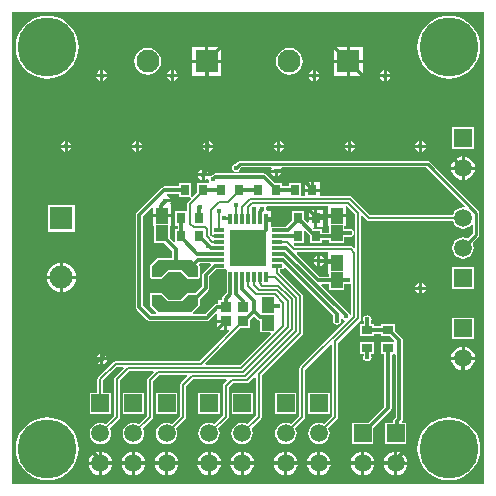
<source format=gtl>
G04*
G04 #@! TF.GenerationSoftware,Altium Limited,Altium Designer,21.7.2 (23)*
G04*
G04 Layer_Physical_Order=1*
G04 Layer_Color=255*
%FSLAX25Y25*%
%MOIN*%
G70*
G04*
G04 #@! TF.SameCoordinates,D7E17CD3-6D55-4483-A905-566B995BA5DE*
G04*
G04*
G04 #@! TF.FilePolarity,Positive*
G04*
G01*
G75*
%ADD11C,0.01000*%
%ADD12C,0.00787*%
%ADD15R,0.03985X0.05241*%
%ADD19R,0.03568X0.03563*%
%ADD20R,0.03379X0.03174*%
%ADD22C,0.04039*%
%ADD31R,0.02756X0.03543*%
%ADD32R,0.12402X0.12402*%
%ADD33R,0.03268X0.01181*%
%ADD34R,0.01181X0.03268*%
%ADD35R,0.03543X0.02756*%
%ADD36C,0.01181*%
%ADD37C,0.05906*%
%ADD38R,0.05906X0.05906*%
%ADD39C,0.07677*%
%ADD40R,0.07677X0.07677*%
%ADD41R,0.07677X0.07677*%
%ADD42C,0.19685*%
%ADD43C,0.01575*%
%ADD44C,0.02756*%
G36*
X157480Y0D02*
X0D01*
Y157480D01*
X157480D01*
Y0D01*
D02*
G37*
%LPC*%
G36*
X117044Y145783D02*
X112706D01*
Y141445D01*
X117044D01*
Y145783D01*
D02*
G37*
G36*
X111706D02*
X107367D01*
Y141445D01*
X111706D01*
Y145783D01*
D02*
G37*
G36*
X69799Y145783D02*
X65461D01*
Y141445D01*
X69799D01*
Y145783D01*
D02*
G37*
G36*
X64461D02*
X60122D01*
Y141445D01*
X64461D01*
Y145783D01*
D02*
G37*
G36*
X124909Y137943D02*
Y136721D01*
X126132D01*
X126093Y136918D01*
X125698Y137509D01*
X125107Y137904D01*
X124909Y137943D01*
D02*
G37*
G36*
X123909D02*
X123712Y137904D01*
X123121Y137509D01*
X122726Y136918D01*
X122687Y136721D01*
X123909D01*
Y137943D01*
D02*
G37*
G36*
X101287D02*
Y136721D01*
X102510D01*
X102471Y136918D01*
X102076Y137509D01*
X101485Y137904D01*
X101287Y137943D01*
D02*
G37*
G36*
X100287D02*
X100090Y137904D01*
X99499Y137509D01*
X99104Y136918D01*
X99064Y136721D01*
X100287D01*
Y137943D01*
D02*
G37*
G36*
X54043D02*
Y136721D01*
X55266D01*
X55227Y136918D01*
X54832Y137509D01*
X54241Y137904D01*
X54043Y137943D01*
D02*
G37*
G36*
X53043D02*
X52846Y137904D01*
X52255Y137509D01*
X51860Y136918D01*
X51820Y136721D01*
X53043D01*
Y137943D01*
D02*
G37*
G36*
X30421D02*
Y136721D01*
X31644D01*
X31605Y136918D01*
X31210Y137509D01*
X30619Y137904D01*
X30421Y137943D01*
D02*
G37*
G36*
X29421D02*
X29224Y137904D01*
X28633Y137509D01*
X28238Y136918D01*
X28198Y136721D01*
X29421D01*
Y137943D01*
D02*
G37*
G36*
X92521Y145412D02*
X91364Y145260D01*
X90287Y144814D01*
X89362Y144104D01*
X88652Y143179D01*
X88205Y142101D01*
X88053Y140945D01*
X88205Y139789D01*
X88652Y138711D01*
X89362Y137786D01*
X90287Y137076D01*
X91364Y136630D01*
X92521Y136478D01*
X93677Y136630D01*
X94754Y137076D01*
X95679Y137786D01*
X96390Y138711D01*
X96836Y139789D01*
X96988Y140945D01*
X96836Y142101D01*
X96390Y143179D01*
X95679Y144104D01*
X94754Y144814D01*
X93677Y145260D01*
X92521Y145412D01*
D02*
G37*
G36*
X45276Y145412D02*
X44119Y145260D01*
X43042Y144814D01*
X42117Y144104D01*
X41407Y143179D01*
X40960Y142101D01*
X40808Y140945D01*
X40960Y139789D01*
X41407Y138711D01*
X42117Y137786D01*
X43042Y137076D01*
X44119Y136630D01*
X45276Y136477D01*
X46432Y136630D01*
X47509Y137076D01*
X48434Y137786D01*
X49145Y138711D01*
X49591Y139789D01*
X49743Y140945D01*
X49591Y142101D01*
X49145Y143179D01*
X48434Y144104D01*
X47509Y144814D01*
X46432Y145260D01*
X45276Y145412D01*
D02*
G37*
G36*
X117044Y140445D02*
X112706D01*
Y136106D01*
X117044D01*
Y140445D01*
D02*
G37*
G36*
X111706D02*
X107367D01*
Y136106D01*
X111706D01*
Y140445D01*
D02*
G37*
G36*
X69799Y140445D02*
X65461D01*
Y136106D01*
X69799D01*
Y140445D01*
D02*
G37*
G36*
X64461D02*
X60122D01*
Y136106D01*
X64461D01*
Y140445D01*
D02*
G37*
G36*
X145669Y156135D02*
X144032Y156006D01*
X142435Y155622D01*
X140918Y154994D01*
X139518Y154136D01*
X138269Y153069D01*
X137203Y151821D01*
X136345Y150420D01*
X135716Y148903D01*
X135333Y147306D01*
X135204Y145669D01*
X135333Y144032D01*
X135716Y142435D01*
X136345Y140918D01*
X137203Y139518D01*
X138269Y138269D01*
X139518Y137203D01*
X140918Y136345D01*
X142435Y135716D01*
X144032Y135333D01*
X145669Y135204D01*
X147306Y135333D01*
X148903Y135716D01*
X150420Y136345D01*
X151821Y137203D01*
X153069Y138269D01*
X154136Y139518D01*
X154994Y140918D01*
X155622Y142435D01*
X156006Y144032D01*
X156135Y145669D01*
X156006Y147306D01*
X155622Y148903D01*
X154994Y150420D01*
X154136Y151821D01*
X153069Y153069D01*
X151821Y154136D01*
X150420Y154994D01*
X148903Y155622D01*
X147306Y156006D01*
X145669Y156135D01*
D02*
G37*
G36*
X11811D02*
X10174Y156006D01*
X8577Y155622D01*
X7060Y154994D01*
X5660Y154136D01*
X4411Y153069D01*
X3344Y151821D01*
X2486Y150420D01*
X1858Y148903D01*
X1474Y147306D01*
X1346Y145669D01*
X1474Y144032D01*
X1858Y142435D01*
X2486Y140918D01*
X3344Y139518D01*
X4411Y138269D01*
X5660Y137203D01*
X7060Y136345D01*
X8577Y135716D01*
X10174Y135333D01*
X11811Y135204D01*
X13448Y135333D01*
X15045Y135716D01*
X16562Y136345D01*
X17962Y137203D01*
X19211Y138269D01*
X20278Y139518D01*
X21136Y140918D01*
X21764Y142435D01*
X22148Y144032D01*
X22276Y145669D01*
X22148Y147306D01*
X21764Y148903D01*
X21136Y150420D01*
X20278Y151821D01*
X19211Y153069D01*
X17962Y154136D01*
X16562Y154994D01*
X15045Y155622D01*
X13448Y156006D01*
X11811Y156135D01*
D02*
G37*
G36*
X126132Y135721D02*
X124909D01*
Y134497D01*
X125107Y134537D01*
X125698Y134932D01*
X126093Y135523D01*
X126132Y135721D01*
D02*
G37*
G36*
X123909D02*
X122687D01*
X122726Y135523D01*
X123121Y134932D01*
X123712Y134537D01*
X123909Y134497D01*
Y135721D01*
D02*
G37*
G36*
X102510D02*
X101287D01*
Y134497D01*
X101485Y134537D01*
X102076Y134932D01*
X102471Y135523D01*
X102510Y135721D01*
D02*
G37*
G36*
X100287D02*
X99064D01*
X99104Y135523D01*
X99499Y134932D01*
X100090Y134537D01*
X100287Y134497D01*
Y135721D01*
D02*
G37*
G36*
X55266D02*
X54043D01*
Y134497D01*
X54241Y134537D01*
X54832Y134932D01*
X55227Y135523D01*
X55266Y135721D01*
D02*
G37*
G36*
X53043D02*
X51820D01*
X51860Y135523D01*
X52255Y134932D01*
X52846Y134537D01*
X53043Y134497D01*
Y135721D01*
D02*
G37*
G36*
X31644D02*
X30421D01*
Y134497D01*
X30619Y134537D01*
X31210Y134932D01*
X31605Y135523D01*
X31644Y135721D01*
D02*
G37*
G36*
X29421D02*
X28198D01*
X28238Y135523D01*
X28633Y134932D01*
X29224Y134537D01*
X29421Y134497D01*
Y135721D01*
D02*
G37*
G36*
X136721Y114321D02*
Y113099D01*
X137943D01*
X137904Y113296D01*
X137509Y113887D01*
X136918Y114282D01*
X136721Y114321D01*
D02*
G37*
G36*
X135721D02*
X135523Y114282D01*
X134932Y113887D01*
X134537Y113296D01*
X134497Y113099D01*
X135721D01*
Y114321D01*
D02*
G37*
G36*
X113099D02*
Y113099D01*
X114321D01*
X114282Y113296D01*
X113887Y113887D01*
X113296Y114282D01*
X113099Y114321D01*
D02*
G37*
G36*
X112099D02*
X111901Y114282D01*
X111310Y113887D01*
X110915Y113296D01*
X110875Y113099D01*
X112099D01*
Y114321D01*
D02*
G37*
G36*
X89476D02*
Y113099D01*
X90699D01*
X90660Y113296D01*
X90265Y113887D01*
X89674Y114282D01*
X89476Y114321D01*
D02*
G37*
G36*
X88476D02*
X88279Y114282D01*
X87688Y113887D01*
X87293Y113296D01*
X87253Y113099D01*
X88476D01*
Y114321D01*
D02*
G37*
G36*
X65854D02*
Y113099D01*
X67077D01*
X67038Y113296D01*
X66643Y113887D01*
X66052Y114282D01*
X65854Y114321D01*
D02*
G37*
G36*
X64854D02*
X64657Y114282D01*
X64066Y113887D01*
X63671Y113296D01*
X63631Y113099D01*
X64854D01*
Y114321D01*
D02*
G37*
G36*
X42232D02*
Y113099D01*
X43455D01*
X43416Y113296D01*
X43021Y113887D01*
X42430Y114282D01*
X42232Y114321D01*
D02*
G37*
G36*
X41232D02*
X41035Y114282D01*
X40444Y113887D01*
X40049Y113296D01*
X40009Y113099D01*
X41232D01*
Y114321D01*
D02*
G37*
G36*
X18610D02*
Y113099D01*
X19833D01*
X19794Y113296D01*
X19399Y113887D01*
X18808Y114282D01*
X18610Y114321D01*
D02*
G37*
G36*
X17610D02*
X17413Y114282D01*
X16822Y113887D01*
X16427Y113296D01*
X16387Y113099D01*
X17610D01*
Y114321D01*
D02*
G37*
G36*
X153937Y118898D02*
X146850D01*
Y111811D01*
X153937D01*
Y118898D01*
D02*
G37*
G36*
X137943Y112099D02*
X136721D01*
Y110875D01*
X136918Y110915D01*
X137509Y111310D01*
X137904Y111901D01*
X137943Y112099D01*
D02*
G37*
G36*
X135721D02*
X134497D01*
X134537Y111901D01*
X134932Y111310D01*
X135523Y110915D01*
X135721Y110875D01*
Y112099D01*
D02*
G37*
G36*
X114321D02*
X113099D01*
Y110875D01*
X113296Y110915D01*
X113887Y111310D01*
X114282Y111901D01*
X114321Y112099D01*
D02*
G37*
G36*
X112099D02*
X110875D01*
X110915Y111901D01*
X111310Y111310D01*
X111901Y110915D01*
X112099Y110875D01*
Y112099D01*
D02*
G37*
G36*
X90699D02*
X89476D01*
Y110875D01*
X89674Y110915D01*
X90265Y111310D01*
X90660Y111901D01*
X90699Y112099D01*
D02*
G37*
G36*
X88476D02*
X87253D01*
X87293Y111901D01*
X87688Y111310D01*
X88279Y110915D01*
X88476Y110875D01*
Y112099D01*
D02*
G37*
G36*
X67077D02*
X65854D01*
Y110875D01*
X66052Y110915D01*
X66643Y111310D01*
X67038Y111901D01*
X67077Y112099D01*
D02*
G37*
G36*
X64854D02*
X63631D01*
X63671Y111901D01*
X64066Y111310D01*
X64657Y110915D01*
X64854Y110875D01*
Y112099D01*
D02*
G37*
G36*
X43455D02*
X42232D01*
Y110875D01*
X42430Y110915D01*
X43021Y111310D01*
X43416Y111901D01*
X43455Y112099D01*
D02*
G37*
G36*
X41232D02*
X40009D01*
X40049Y111901D01*
X40444Y111310D01*
X41035Y110915D01*
X41232Y110875D01*
Y112099D01*
D02*
G37*
G36*
X19833D02*
X18610D01*
Y110875D01*
X18808Y110915D01*
X19399Y111310D01*
X19794Y111901D01*
X19833Y112099D01*
D02*
G37*
G36*
X17610D02*
X16387D01*
X16427Y111901D01*
X16822Y111310D01*
X17413Y110915D01*
X17610Y110875D01*
Y112099D01*
D02*
G37*
G36*
X138583Y107805D02*
X138583Y107805D01*
X76070D01*
X76070Y107805D01*
X75644Y107720D01*
X75284Y107479D01*
X75284Y107479D01*
X74701Y106896D01*
X74265Y106810D01*
X73810Y106505D01*
X73505Y106050D01*
X73398Y105512D01*
X73505Y104974D01*
X73810Y104518D01*
X74265Y104214D01*
X74803Y104107D01*
X75341Y104214D01*
X75797Y104518D01*
X76101Y104974D01*
X76145Y105196D01*
X76531Y105581D01*
X86344D01*
X86580Y105140D01*
X86505Y105028D01*
X86466Y104831D01*
X89912D01*
X89873Y105028D01*
X89798Y105140D01*
X90034Y105581D01*
X138122D01*
X150959Y92744D01*
X150726Y92270D01*
X150394Y92314D01*
X149469Y92192D01*
X148607Y91835D01*
X147867Y91267D01*
X147299Y90527D01*
X146974Y89744D01*
X119550D01*
X113505Y95788D01*
X113179Y96006D01*
X112795Y96082D01*
X102575D01*
Y97531D01*
X100197D01*
X97819D01*
Y96082D01*
X96260D01*
Y100394D01*
X92323D01*
Y99236D01*
X89961D01*
Y100394D01*
X87727D01*
X84907Y103214D01*
X84516Y103475D01*
X84055Y103567D01*
X84055Y103566D01*
X67818D01*
X67357Y103475D01*
X66966Y103214D01*
X66684Y102931D01*
X66391Y102873D01*
X66005Y102615D01*
X65914Y102650D01*
X64280D01*
Y101427D01*
X64477Y101466D01*
X65068Y101861D01*
X65073Y101868D01*
X65544Y101672D01*
X65524Y101575D01*
X65631Y101037D01*
X65687Y100954D01*
X65693Y100806D01*
X65321Y100398D01*
X65247Y100394D01*
X65097Y100394D01*
X61614D01*
Y97088D01*
X60111Y95585D01*
X60089Y95596D01*
X60089Y95596D01*
X59646Y95827D01*
X59646Y96104D01*
Y100394D01*
X55709D01*
Y99236D01*
X50788D01*
X50787Y99236D01*
X50327Y99144D01*
X49936Y98883D01*
X49936Y98883D01*
X41668Y90615D01*
X41407Y90225D01*
X41315Y89764D01*
X41315Y89764D01*
Y59055D01*
X41315Y59055D01*
X41407Y58594D01*
X41668Y58204D01*
X45211Y54660D01*
X45211Y54660D01*
X45602Y54399D01*
X46063Y54308D01*
X46063Y54308D01*
X64961D01*
X64961Y54308D01*
X65421Y54399D01*
X65812Y54660D01*
X67976Y56824D01*
X68476Y56617D01*
Y54829D01*
X71260D01*
Y54329D01*
X71760D01*
Y51547D01*
X72309D01*
X72500Y51085D01*
X62577Y41161D01*
X34646D01*
X34262Y41085D01*
X33936Y40867D01*
X28818Y35749D01*
X28600Y35423D01*
X28524Y35039D01*
Y30472D01*
X25984D01*
Y23386D01*
X33071D01*
Y30472D01*
X30531D01*
Y34624D01*
X35061Y39154D01*
X37082D01*
X37273Y38692D01*
X34330Y35749D01*
X34112Y35423D01*
X34036Y35039D01*
Y22857D01*
X31236Y20057D01*
X30453Y20381D01*
X29528Y20503D01*
X28603Y20381D01*
X27741Y20024D01*
X27000Y19456D01*
X26432Y18716D01*
X26076Y17854D01*
X25954Y16929D01*
X26076Y16004D01*
X26432Y15142D01*
X27000Y14402D01*
X27741Y13834D01*
X28603Y13477D01*
X29528Y13355D01*
X30453Y13477D01*
X31315Y13834D01*
X32055Y14402D01*
X32623Y15142D01*
X32980Y16004D01*
X33101Y16929D01*
X32980Y17854D01*
X32655Y18638D01*
X35749Y21731D01*
X35967Y22057D01*
X36043Y22441D01*
Y34624D01*
X39195Y37776D01*
X47121D01*
X47312Y37314D01*
X45353Y35355D01*
X45136Y35030D01*
X45059Y34646D01*
Y22857D01*
X42260Y20057D01*
X41476Y20381D01*
X40551Y20503D01*
X39626Y20381D01*
X38764Y20024D01*
X38024Y19456D01*
X37456Y18716D01*
X37099Y17854D01*
X36977Y16929D01*
X37099Y16004D01*
X37456Y15142D01*
X38024Y14402D01*
X38764Y13834D01*
X39626Y13477D01*
X40551Y13355D01*
X41476Y13477D01*
X42338Y13834D01*
X43078Y14402D01*
X43646Y15142D01*
X44003Y16004D01*
X44125Y16929D01*
X44003Y17854D01*
X43679Y18638D01*
X46773Y21731D01*
X46990Y22057D01*
X47067Y22441D01*
Y34230D01*
X49235Y36398D01*
X58341D01*
X58533Y35936D01*
X56377Y33781D01*
X56160Y33455D01*
X56083Y33071D01*
Y22857D01*
X53283Y20057D01*
X52500Y20381D01*
X51575Y20503D01*
X50650Y20381D01*
X49788Y20024D01*
X49048Y19456D01*
X48480Y18716D01*
X48123Y17854D01*
X48001Y16929D01*
X48123Y16004D01*
X48480Y15142D01*
X49048Y14402D01*
X49788Y13834D01*
X50650Y13477D01*
X51575Y13355D01*
X52500Y13477D01*
X53362Y13834D01*
X54102Y14402D01*
X54670Y15142D01*
X55027Y16004D01*
X55149Y16929D01*
X55027Y17854D01*
X54702Y18638D01*
X57796Y21731D01*
X58014Y22057D01*
X58090Y22441D01*
Y32655D01*
X60455Y35020D01*
X71530D01*
X71722Y34558D01*
X70550Y33387D01*
X70333Y33061D01*
X70256Y32677D01*
Y22857D01*
X67456Y20057D01*
X66673Y20381D01*
X65748Y20503D01*
X64823Y20381D01*
X63961Y20024D01*
X63221Y19456D01*
X62653Y18716D01*
X62296Y17854D01*
X62174Y16929D01*
X62296Y16004D01*
X62653Y15142D01*
X63221Y14402D01*
X63961Y13834D01*
X64823Y13477D01*
X65748Y13355D01*
X66673Y13477D01*
X67535Y13834D01*
X68275Y14402D01*
X68843Y15142D01*
X69200Y16004D01*
X69322Y16929D01*
X69200Y17854D01*
X68876Y18638D01*
X71969Y21731D01*
X72187Y22057D01*
X72263Y22441D01*
Y32261D01*
X73644Y33642D01*
X78347D01*
X78730Y33718D01*
X79056Y33936D01*
X80818Y35698D01*
X81280Y35507D01*
Y22857D01*
X78480Y20057D01*
X77697Y20381D01*
X76772Y20503D01*
X75847Y20381D01*
X74985Y20024D01*
X74244Y19456D01*
X73677Y18716D01*
X73320Y17854D01*
X73198Y16929D01*
X73320Y16004D01*
X73677Y15142D01*
X74244Y14402D01*
X74985Y13834D01*
X75847Y13477D01*
X76772Y13355D01*
X77697Y13477D01*
X78559Y13834D01*
X79299Y14402D01*
X79867Y15142D01*
X80224Y16004D01*
X80345Y16929D01*
X80224Y17854D01*
X79899Y18638D01*
X82993Y21731D01*
X83211Y22057D01*
X83287Y22441D01*
Y36198D01*
X96773Y49684D01*
X96990Y50010D01*
X97066Y50394D01*
Y62778D01*
X96990Y63162D01*
X96773Y63487D01*
X89429Y70831D01*
Y71653D01*
X90650D01*
Y72149D01*
X91111Y72340D01*
X107185Y56266D01*
Y55093D01*
X107167Y55065D01*
X107060Y54528D01*
X107167Y53990D01*
X107471Y53534D01*
X107927Y53230D01*
X108465Y53123D01*
X109002Y53230D01*
X109458Y53534D01*
X109763Y53990D01*
X109870Y54528D01*
X109763Y55065D01*
X110196Y55253D01*
X110424Y54912D01*
X110813Y54652D01*
X111002Y54134D01*
X96141Y39272D01*
X95923Y38947D01*
X95847Y38563D01*
Y22857D01*
X93047Y20057D01*
X92264Y20381D01*
X91339Y20503D01*
X90414Y20381D01*
X89552Y20024D01*
X88811Y19456D01*
X88244Y18716D01*
X87887Y17854D01*
X87765Y16929D01*
X87887Y16004D01*
X88244Y15142D01*
X88811Y14402D01*
X89552Y13834D01*
X90414Y13477D01*
X91339Y13355D01*
X92264Y13477D01*
X93125Y13834D01*
X93866Y14402D01*
X94434Y15142D01*
X94791Y16004D01*
X94912Y16929D01*
X94791Y17854D01*
X94466Y18638D01*
X97560Y21731D01*
X97777Y22057D01*
X97854Y22441D01*
Y38147D01*
X106409Y46702D01*
X106870Y46510D01*
Y22857D01*
X104071Y20057D01*
X103287Y20381D01*
X102362Y20503D01*
X101437Y20381D01*
X100575Y20024D01*
X99835Y19456D01*
X99267Y18716D01*
X98910Y17854D01*
X98788Y16929D01*
X98910Y16004D01*
X99267Y15142D01*
X99835Y14402D01*
X100575Y13834D01*
X101437Y13477D01*
X102362Y13355D01*
X103287Y13477D01*
X104149Y13834D01*
X104889Y14402D01*
X105457Y15142D01*
X105814Y16004D01*
X105936Y16929D01*
X105814Y17854D01*
X105490Y18638D01*
X108584Y21731D01*
X108801Y22057D01*
X108878Y22441D01*
Y47222D01*
X116261Y54605D01*
X116478Y54931D01*
X116555Y55315D01*
Y89247D01*
X117017Y89438D01*
X118424Y88031D01*
X118750Y87813D01*
X119134Y87737D01*
X146974D01*
X147299Y86953D01*
X147867Y86213D01*
X148607Y85645D01*
X149469Y85288D01*
X150394Y85166D01*
X151319Y85288D01*
X152181Y85645D01*
X152921Y86213D01*
X153112Y86463D01*
X153612Y86293D01*
Y83531D01*
X151994Y81913D01*
X151319Y82192D01*
X150394Y82314D01*
X149469Y82192D01*
X148607Y81835D01*
X147867Y81267D01*
X147299Y80527D01*
X146942Y79665D01*
X146820Y78740D01*
X146942Y77815D01*
X147299Y76953D01*
X147867Y76213D01*
X148607Y75645D01*
X149469Y75288D01*
X150394Y75166D01*
X151319Y75288D01*
X152181Y75645D01*
X152921Y76213D01*
X153489Y76953D01*
X153846Y77815D01*
X153968Y78740D01*
X153846Y79665D01*
X153566Y80340D01*
X155511Y82285D01*
X155511Y82285D01*
X155752Y82645D01*
X155836Y83071D01*
Y90551D01*
X155836Y90551D01*
X155752Y90977D01*
X155511Y91337D01*
X139369Y107479D01*
X139008Y107720D01*
X138583Y107805D01*
D02*
G37*
G36*
X150894Y109275D02*
Y105854D01*
X154315D01*
X154245Y106386D01*
X153846Y107348D01*
X153213Y108174D01*
X152387Y108807D01*
X151426Y109205D01*
X150894Y109275D01*
D02*
G37*
G36*
X149894D02*
X149362Y109205D01*
X148400Y108807D01*
X147575Y108174D01*
X146941Y107348D01*
X146543Y106386D01*
X146473Y105854D01*
X149894D01*
Y109275D01*
D02*
G37*
G36*
X64280Y104873D02*
Y103650D01*
X65503D01*
X65463Y103847D01*
X65068Y104438D01*
X64477Y104833D01*
X64280Y104873D01*
D02*
G37*
G36*
X63279D02*
X63082Y104833D01*
X62491Y104438D01*
X62096Y103847D01*
X62057Y103650D01*
X63279D01*
Y104873D01*
D02*
G37*
G36*
X89912Y103831D02*
X88689D01*
Y102608D01*
X88886Y102647D01*
X89478Y103042D01*
X89873Y103633D01*
X89912Y103831D01*
D02*
G37*
G36*
X87689D02*
X86466D01*
X86505Y103633D01*
X86900Y103042D01*
X87492Y102647D01*
X87689Y102608D01*
Y103831D01*
D02*
G37*
G36*
X154315Y104854D02*
X150894D01*
Y101433D01*
X151426Y101503D01*
X152387Y101902D01*
X153213Y102535D01*
X153846Y103361D01*
X154245Y104323D01*
X154315Y104854D01*
D02*
G37*
G36*
X149894D02*
X146473D01*
X146543Y104323D01*
X146941Y103361D01*
X147575Y102535D01*
X148400Y101902D01*
X149362Y101503D01*
X149894Y101433D01*
Y104854D01*
D02*
G37*
G36*
X63279Y102650D02*
X62057D01*
X62096Y102452D01*
X62491Y101861D01*
X63082Y101466D01*
X63279Y101427D01*
Y102650D01*
D02*
G37*
G36*
X102575Y100803D02*
X100697D01*
Y98532D01*
X102575D01*
Y100803D01*
D02*
G37*
G36*
X99697D02*
X97819D01*
Y98532D01*
X99697D01*
Y100803D01*
D02*
G37*
G36*
X20965Y93013D02*
X12106D01*
Y84154D01*
X20965D01*
Y93013D01*
D02*
G37*
G36*
X17035Y73713D02*
Y69399D01*
X21350D01*
X21249Y70162D01*
X20762Y71339D01*
X19986Y72350D01*
X18976Y73125D01*
X17798Y73613D01*
X17035Y73713D01*
D02*
G37*
G36*
X16035D02*
X15272Y73613D01*
X14095Y73125D01*
X13084Y72350D01*
X12309Y71339D01*
X11821Y70162D01*
X11721Y69399D01*
X16035D01*
Y73713D01*
D02*
G37*
G36*
X136721Y67077D02*
Y65854D01*
X137943D01*
X137904Y66052D01*
X137509Y66643D01*
X136918Y67038D01*
X136721Y67077D01*
D02*
G37*
G36*
X135721D02*
X135523Y67038D01*
X134932Y66643D01*
X134537Y66052D01*
X134497Y65854D01*
X135721D01*
Y67077D01*
D02*
G37*
G36*
X153937Y72284D02*
X146850D01*
Y65197D01*
X153937D01*
Y72284D01*
D02*
G37*
G36*
X21350Y68399D02*
X17035D01*
Y64084D01*
X17798Y64185D01*
X18976Y64672D01*
X19986Y65448D01*
X20762Y66458D01*
X21249Y67636D01*
X21350Y68399D01*
D02*
G37*
G36*
X16035D02*
X11721D01*
X11821Y67636D01*
X12309Y66458D01*
X13084Y65448D01*
X14095Y64672D01*
X15272Y64185D01*
X16035Y64084D01*
Y68399D01*
D02*
G37*
G36*
X137943Y64854D02*
X136721D01*
Y63631D01*
X136918Y63671D01*
X137509Y64066D01*
X137904Y64657D01*
X137943Y64854D01*
D02*
G37*
G36*
X135721D02*
X134497D01*
X134537Y64657D01*
X134932Y64066D01*
X135523Y63671D01*
X135721Y63631D01*
Y64854D01*
D02*
G37*
G36*
X70760Y53829D02*
X68476D01*
Y51547D01*
X70760D01*
Y53829D01*
D02*
G37*
G36*
X153937Y55512D02*
X146850D01*
Y48425D01*
X153937D01*
Y55512D01*
D02*
G37*
G36*
X150894Y45889D02*
Y42469D01*
X154315D01*
X154245Y43000D01*
X153846Y43962D01*
X153213Y44788D01*
X152387Y45421D01*
X151426Y45820D01*
X150894Y45889D01*
D02*
G37*
G36*
X149894D02*
X149362Y45820D01*
X148400Y45421D01*
X147575Y44788D01*
X146941Y43962D01*
X146543Y43000D01*
X146473Y42469D01*
X149894D01*
Y45889D01*
D02*
G37*
G36*
X30421Y43455D02*
Y42232D01*
X31644D01*
X31605Y42430D01*
X31210Y43021D01*
X30619Y43416D01*
X30421Y43455D01*
D02*
G37*
G36*
X29421D02*
X29224Y43416D01*
X28633Y43021D01*
X28238Y42430D01*
X28198Y42232D01*
X29421D01*
Y43455D01*
D02*
G37*
G36*
X120866Y47441D02*
X116142D01*
Y43504D01*
X117300D01*
Y43001D01*
X117206Y42860D01*
X117099Y42323D01*
X117206Y41785D01*
X117510Y41329D01*
X117966Y41025D01*
X118504Y40918D01*
X119042Y41025D01*
X119497Y41329D01*
X119802Y41785D01*
X119909Y42323D01*
X119802Y42860D01*
X119708Y43001D01*
Y43504D01*
X120866D01*
Y47441D01*
D02*
G37*
G36*
X31644Y41232D02*
X30421D01*
Y40009D01*
X30619Y40049D01*
X31210Y40444D01*
X31605Y41035D01*
X31644Y41232D01*
D02*
G37*
G36*
X29421D02*
X28198D01*
X28238Y41035D01*
X28633Y40444D01*
X29224Y40049D01*
X29421Y40009D01*
Y41232D01*
D02*
G37*
G36*
X154315Y41469D02*
X150894D01*
Y38048D01*
X151426Y38118D01*
X152387Y38516D01*
X153213Y39149D01*
X153846Y39975D01*
X154245Y40937D01*
X154315Y41469D01*
D02*
G37*
G36*
X149894D02*
X146473D01*
X146543Y40937D01*
X146941Y39975D01*
X147575Y39149D01*
X148400Y38516D01*
X149362Y38118D01*
X149894Y38048D01*
Y41469D01*
D02*
G37*
G36*
X105905Y30472D02*
X98819D01*
Y23386D01*
X105905D01*
Y30472D01*
D02*
G37*
G36*
X94882D02*
X87795D01*
Y23386D01*
X94882D01*
Y30472D01*
D02*
G37*
G36*
X80315D02*
X73228D01*
Y23386D01*
X80315D01*
Y30472D01*
D02*
G37*
G36*
X69291D02*
X62205D01*
Y23386D01*
X69291D01*
Y30472D01*
D02*
G37*
G36*
X55118D02*
X48031D01*
Y23386D01*
X55118D01*
Y30472D01*
D02*
G37*
G36*
X44094D02*
X37008D01*
Y23386D01*
X44094D01*
Y30472D01*
D02*
G37*
G36*
X118504Y56326D02*
X117966Y56219D01*
X117510Y55915D01*
X117206Y55459D01*
X117099Y54921D01*
X117206Y54384D01*
X117300Y54243D01*
Y53347D01*
X116142D01*
Y49409D01*
X120866D01*
Y50174D01*
X123031D01*
Y49409D01*
X126053D01*
X127521Y47941D01*
X127314Y47441D01*
X123031D01*
Y43504D01*
X124189D01*
Y43001D01*
X124096Y42860D01*
X123989Y42323D01*
X124096Y41785D01*
X124189Y41645D01*
Y25892D01*
X118769Y20472D01*
X113386D01*
Y13386D01*
X120472D01*
Y18769D01*
X126245Y24542D01*
X126245Y24542D01*
X126506Y24933D01*
X126598Y25394D01*
Y41645D01*
X126692Y41785D01*
X126799Y42323D01*
X126692Y42860D01*
X126598Y43001D01*
Y43150D01*
X126952Y43504D01*
X127756Y43504D01*
X127930Y43076D01*
Y22349D01*
X127394Y21813D01*
X127133Y21422D01*
X127041Y20962D01*
X127041Y20962D01*
Y20472D01*
X124409D01*
Y13386D01*
X131496D01*
Y20472D01*
X130112D01*
X129921Y20934D01*
X129985Y20999D01*
X129985Y20999D01*
X130246Y21389D01*
X130338Y21850D01*
Y48031D01*
X130338Y48031D01*
X130246Y48492D01*
X129985Y48883D01*
X127756Y51113D01*
Y53347D01*
X123031D01*
Y52582D01*
X120866D01*
Y53347D01*
X119708D01*
Y54243D01*
X119802Y54384D01*
X119909Y54921D01*
X119802Y55459D01*
X119497Y55915D01*
X119042Y56219D01*
X118504Y56326D01*
D02*
G37*
G36*
X128453Y10850D02*
Y7429D01*
X131874D01*
X131804Y7961D01*
X131405Y8923D01*
X130772Y9748D01*
X129946Y10382D01*
X128985Y10780D01*
X128453Y10850D01*
D02*
G37*
G36*
X91839D02*
Y7429D01*
X95260D01*
X95190Y7961D01*
X94791Y8923D01*
X94158Y9748D01*
X93332Y10382D01*
X92370Y10780D01*
X91839Y10850D01*
D02*
G37*
G36*
X127453D02*
X126921Y10780D01*
X125959Y10382D01*
X125134Y9748D01*
X124500Y8923D01*
X124102Y7961D01*
X124032Y7429D01*
X127453D01*
Y10850D01*
D02*
G37*
G36*
X90839D02*
X90307Y10780D01*
X89345Y10382D01*
X88519Y9748D01*
X87886Y8923D01*
X87488Y7961D01*
X87418Y7429D01*
X90839D01*
Y10850D01*
D02*
G37*
G36*
X66248D02*
Y7429D01*
X69669D01*
X69599Y7961D01*
X69201Y8923D01*
X68567Y9748D01*
X67742Y10382D01*
X66780Y10780D01*
X66248Y10850D01*
D02*
G37*
G36*
X52075D02*
Y7429D01*
X55496D01*
X55426Y7961D01*
X55028Y8923D01*
X54394Y9748D01*
X53568Y10382D01*
X52607Y10780D01*
X52075Y10850D01*
D02*
G37*
G36*
X41051D02*
Y7429D01*
X44472D01*
X44402Y7961D01*
X44004Y8923D01*
X43370Y9748D01*
X42545Y10382D01*
X41583Y10780D01*
X41051Y10850D01*
D02*
G37*
G36*
X30028D02*
Y7429D01*
X33449D01*
X33379Y7961D01*
X32980Y8923D01*
X32347Y9748D01*
X31521Y10382D01*
X30559Y10780D01*
X30028Y10850D01*
D02*
G37*
G36*
X102862D02*
Y7429D01*
X106283D01*
X106213Y7961D01*
X105815Y8923D01*
X105181Y9748D01*
X104356Y10382D01*
X103394Y10780D01*
X102862Y10850D01*
D02*
G37*
G36*
X101862D02*
X101330Y10780D01*
X100369Y10382D01*
X99543Y9748D01*
X98909Y8923D01*
X98511Y7961D01*
X98441Y7429D01*
X101862D01*
Y10850D01*
D02*
G37*
G36*
X65248D02*
X64716Y10780D01*
X63755Y10382D01*
X62929Y9748D01*
X62295Y8923D01*
X61897Y7961D01*
X61827Y7429D01*
X65248D01*
Y10850D01*
D02*
G37*
G36*
X51075D02*
X50543Y10780D01*
X49581Y10382D01*
X48756Y9748D01*
X48122Y8923D01*
X47724Y7961D01*
X47654Y7429D01*
X51075D01*
Y10850D01*
D02*
G37*
G36*
X40051D02*
X39519Y10780D01*
X38558Y10382D01*
X37732Y9748D01*
X37099Y8923D01*
X36700Y7961D01*
X36630Y7429D01*
X40051D01*
Y10850D01*
D02*
G37*
G36*
X29028D02*
X28496Y10780D01*
X27534Y10382D01*
X26708Y9748D01*
X26075Y8923D01*
X25677Y7961D01*
X25607Y7429D01*
X29028D01*
Y10850D01*
D02*
G37*
G36*
X117429D02*
Y7429D01*
X120850D01*
X120780Y7961D01*
X120382Y8923D01*
X119748Y9748D01*
X118923Y10382D01*
X117961Y10780D01*
X117429Y10850D01*
D02*
G37*
G36*
X77272D02*
Y7429D01*
X80693D01*
X80623Y7961D01*
X80224Y8923D01*
X79591Y9748D01*
X78765Y10382D01*
X77803Y10780D01*
X77272Y10850D01*
D02*
G37*
G36*
X116429D02*
X115897Y10780D01*
X114936Y10382D01*
X114110Y9748D01*
X113476Y8923D01*
X113078Y7961D01*
X113008Y7429D01*
X116429D01*
Y10850D01*
D02*
G37*
G36*
X76272D02*
X75740Y10780D01*
X74778Y10382D01*
X73953Y9748D01*
X73319Y8923D01*
X72921Y7961D01*
X72851Y7429D01*
X76272D01*
Y10850D01*
D02*
G37*
G36*
X131874Y6429D02*
X128453D01*
Y3008D01*
X128985Y3078D01*
X129946Y3476D01*
X130772Y4110D01*
X131405Y4936D01*
X131804Y5897D01*
X131874Y6429D01*
D02*
G37*
G36*
X95260D02*
X91839D01*
Y3008D01*
X92370Y3078D01*
X93332Y3476D01*
X94158Y4110D01*
X94791Y4936D01*
X95190Y5897D01*
X95260Y6429D01*
D02*
G37*
G36*
X116429Y6429D02*
X113008D01*
X113078Y5897D01*
X113476Y4936D01*
X114110Y4110D01*
X114936Y3476D01*
X115897Y3078D01*
X116429Y3008D01*
Y6429D01*
D02*
G37*
G36*
X76272D02*
X72851D01*
X72921Y5897D01*
X73319Y4936D01*
X73953Y4110D01*
X74778Y3476D01*
X75740Y3078D01*
X76272Y3008D01*
Y6429D01*
D02*
G37*
G36*
X106283Y6429D02*
X102862D01*
Y3008D01*
X103394Y3078D01*
X104356Y3476D01*
X105181Y4110D01*
X105815Y4936D01*
X106213Y5897D01*
X106283Y6429D01*
D02*
G37*
G36*
X69669D02*
X66248D01*
Y3008D01*
X66780Y3078D01*
X67742Y3476D01*
X68567Y4110D01*
X69201Y4936D01*
X69599Y5897D01*
X69669Y6429D01*
D02*
G37*
G36*
X55496D02*
X52075D01*
Y3008D01*
X52607Y3078D01*
X53568Y3476D01*
X54394Y4110D01*
X55028Y4936D01*
X55426Y5897D01*
X55496Y6429D01*
D02*
G37*
G36*
X33449D02*
X30028D01*
Y3008D01*
X30559Y3078D01*
X31521Y3476D01*
X32347Y4110D01*
X32980Y4936D01*
X33379Y5897D01*
X33449Y6429D01*
D02*
G37*
G36*
X44472D02*
X41051D01*
Y3008D01*
X41583Y3078D01*
X42545Y3476D01*
X43370Y4110D01*
X44004Y4936D01*
X44402Y5897D01*
X44472Y6429D01*
D02*
G37*
G36*
X101862D02*
X98441D01*
X98511Y5897D01*
X98909Y4936D01*
X99543Y4110D01*
X100369Y3476D01*
X101330Y3078D01*
X101862Y3008D01*
Y6429D01*
D02*
G37*
G36*
X65248D02*
X61827D01*
X61897Y5897D01*
X62295Y4936D01*
X62929Y4110D01*
X63755Y3476D01*
X64716Y3078D01*
X65248Y3008D01*
Y6429D01*
D02*
G37*
G36*
X51075D02*
X47654D01*
X47724Y5897D01*
X48122Y4936D01*
X48756Y4110D01*
X49581Y3476D01*
X50543Y3078D01*
X51075Y3008D01*
Y6429D01*
D02*
G37*
G36*
X40051D02*
X36630D01*
X36700Y5897D01*
X37099Y4936D01*
X37732Y4110D01*
X38558Y3476D01*
X39519Y3078D01*
X40051Y3008D01*
Y6429D01*
D02*
G37*
G36*
X29028D02*
X25607D01*
X25677Y5897D01*
X26075Y4936D01*
X26708Y4110D01*
X27534Y3476D01*
X28496Y3078D01*
X29028Y3008D01*
Y6429D01*
D02*
G37*
G36*
X120850Y6429D02*
X117429D01*
Y3008D01*
X117961Y3078D01*
X118923Y3476D01*
X119748Y4110D01*
X120382Y4936D01*
X120780Y5897D01*
X120850Y6429D01*
D02*
G37*
G36*
X80693D02*
X77272D01*
Y3008D01*
X77803Y3078D01*
X78765Y3476D01*
X79591Y4110D01*
X80224Y4936D01*
X80623Y5897D01*
X80693Y6429D01*
D02*
G37*
G36*
X127453Y6429D02*
X124032D01*
X124102Y5897D01*
X124500Y4936D01*
X125134Y4110D01*
X125959Y3476D01*
X126921Y3078D01*
X127453Y3008D01*
Y6429D01*
D02*
G37*
G36*
X90839D02*
X87418D01*
X87488Y5897D01*
X87886Y4936D01*
X88519Y4110D01*
X89345Y3476D01*
X90307Y3078D01*
X90839Y3008D01*
Y6429D01*
D02*
G37*
G36*
X145669Y22276D02*
X144032Y22148D01*
X142435Y21764D01*
X140918Y21136D01*
X139518Y20278D01*
X138269Y19211D01*
X137203Y17962D01*
X136345Y16562D01*
X135716Y15045D01*
X135333Y13448D01*
X135204Y11811D01*
X135333Y10174D01*
X135716Y8577D01*
X136345Y7060D01*
X137203Y5660D01*
X138269Y4411D01*
X139518Y3344D01*
X140918Y2486D01*
X142435Y1858D01*
X144032Y1474D01*
X145669Y1346D01*
X147306Y1474D01*
X148903Y1858D01*
X150420Y2486D01*
X151821Y3344D01*
X153069Y4411D01*
X154136Y5660D01*
X154994Y7060D01*
X155622Y8577D01*
X156006Y10174D01*
X156135Y11811D01*
X156006Y13448D01*
X155622Y15045D01*
X154994Y16562D01*
X154136Y17962D01*
X153069Y19211D01*
X151821Y20278D01*
X150420Y21136D01*
X148903Y21764D01*
X147306Y22148D01*
X145669Y22276D01*
D02*
G37*
G36*
X11811D02*
X10174Y22148D01*
X8577Y21764D01*
X7060Y21136D01*
X5660Y20278D01*
X4411Y19211D01*
X3344Y17962D01*
X2486Y16562D01*
X1858Y15045D01*
X1474Y13448D01*
X1346Y11811D01*
X1474Y10174D01*
X1858Y8577D01*
X2486Y7060D01*
X3344Y5660D01*
X4411Y4411D01*
X5660Y3344D01*
X7060Y2486D01*
X8577Y1858D01*
X10174Y1474D01*
X11811Y1346D01*
X13448Y1474D01*
X15045Y1858D01*
X16562Y2486D01*
X17962Y3344D01*
X19211Y4411D01*
X20278Y5660D01*
X21136Y7060D01*
X21764Y8577D01*
X22148Y10174D01*
X22276Y11811D01*
X22148Y13448D01*
X21764Y15045D01*
X21136Y16562D01*
X20278Y17962D01*
X19211Y19211D01*
X17962Y20278D01*
X16562Y21136D01*
X15045Y21764D01*
X13448Y22148D01*
X11811Y22276D01*
D02*
G37*
%LPD*%
G36*
X55709Y95669D02*
X59175D01*
X59488Y95669D01*
X59730Y95204D01*
X58739Y94213D01*
X58522Y93888D01*
X58445Y93504D01*
Y90945D01*
X54528D01*
Y86221D01*
X55292D01*
Y85039D01*
X54528D01*
Y80954D01*
X54028Y80746D01*
X52583Y82191D01*
Y85909D01*
X52992D01*
Y89030D01*
X50000D01*
X47008D01*
Y85909D01*
X47417D01*
Y80488D01*
X50880D01*
X53520Y77848D01*
Y75442D01*
X48839D01*
X48836Y75441D01*
X48833Y75442D01*
X48610Y75348D01*
X48387Y75255D01*
X48385Y75252D01*
X48382Y75251D01*
X46217Y73046D01*
X46127Y72822D01*
X46034Y72598D01*
Y69095D01*
X46221Y68642D01*
X46673Y68455D01*
X49724D01*
X49947Y68547D01*
X50171Y68637D01*
X52327Y70739D01*
X56335D01*
X58491Y68637D01*
X58714Y68547D01*
X58937Y68455D01*
X61988D01*
X62440Y68642D01*
X62627Y69095D01*
Y72598D01*
X62535Y72821D01*
X62444Y73046D01*
X62321Y73172D01*
X62602Y73599D01*
X66124D01*
X66316Y73137D01*
X63715Y70537D01*
X63454Y70146D01*
X63363Y69685D01*
X63363Y69685D01*
Y65910D01*
X61281Y63828D01*
X58937D01*
X58714Y63736D01*
X58491Y63647D01*
X56335Y61545D01*
X52327D01*
X50171Y63647D01*
X49947Y63736D01*
X49724Y63828D01*
X46673D01*
X46221Y63641D01*
X46034Y63189D01*
Y59685D01*
X46126Y59462D01*
X46217Y59237D01*
X48202Y57216D01*
X47992Y56716D01*
X46562D01*
X43724Y59554D01*
Y89265D01*
X46546Y92087D01*
X47008Y91895D01*
Y90030D01*
X50000D01*
X52992D01*
Y93150D01*
X52992D01*
X52771Y93650D01*
X52865Y93791D01*
X52904Y93988D01*
X51181D01*
Y94988D01*
X52904D01*
X52865Y95186D01*
X52470Y95777D01*
X51901Y96157D01*
X51876Y96179D01*
X51692Y96719D01*
X51771Y96827D01*
X55709D01*
Y95669D01*
D02*
G37*
G36*
X114548Y89939D02*
Y78863D01*
X114086Y78672D01*
X113702Y79056D01*
X113376Y79274D01*
X112992Y79350D01*
X94462D01*
X93997Y79815D01*
X94204Y80315D01*
X97441D01*
Y84258D01*
X97903Y84449D01*
X99345Y83007D01*
X99410Y82964D01*
Y80315D01*
X103347D01*
Y81473D01*
X105685D01*
Y80488D01*
X110851D01*
Y82494D01*
X112332D01*
X112332Y82494D01*
X112362Y82500D01*
X112598Y82453D01*
X113136Y82560D01*
X113592Y82865D01*
X113896Y83321D01*
X114003Y83858D01*
X113896Y84396D01*
X113592Y84852D01*
X113136Y85156D01*
X112598Y85263D01*
X112061Y85156D01*
X111682Y84903D01*
X110851D01*
Y85909D01*
X111260D01*
Y89030D01*
X108268D01*
X105275D01*
Y85909D01*
X105685D01*
Y83881D01*
X103347D01*
Y85039D01*
X100753D01*
X100497Y85354D01*
X100695Y85811D01*
X100878D01*
Y88083D01*
X99000D01*
Y87411D01*
X98538Y87220D01*
X97505Y88253D01*
X97441Y88296D01*
Y90945D01*
X93504D01*
Y87924D01*
X91430Y85850D01*
X88425D01*
X88309Y85827D01*
X86236D01*
Y87925D01*
X84646D01*
Y88925D01*
X86236D01*
Y91059D01*
X85228D01*
X84835Y91559D01*
X84869Y91732D01*
X84777Y92197D01*
X84953Y92626D01*
X84991Y92697D01*
X105275D01*
Y90030D01*
X108268D01*
X111260D01*
Y92697D01*
X111789D01*
X114548Y89939D01*
D02*
G37*
G36*
X105275Y74282D02*
X108268D01*
Y73282D01*
X105275D01*
Y70161D01*
X105685D01*
Y69155D01*
X102714D01*
X94988Y76881D01*
X95179Y77343D01*
X105275D01*
Y74282D01*
D02*
G37*
G36*
X61988Y72598D02*
Y69095D01*
X58937D01*
X56595Y71378D01*
X52067D01*
X49724Y69095D01*
X46673D01*
Y72598D01*
X48839Y74803D01*
X59823D01*
X61988Y72598D01*
D02*
G37*
G36*
X113098Y66622D02*
X113170Y66584D01*
Y56595D01*
X112945Y56520D01*
X112670Y56511D01*
X112411Y56899D01*
X112345Y56943D01*
X112194Y57170D01*
X103079Y66285D01*
X103270Y66746D01*
X105685D01*
Y64740D01*
X110851D01*
Y66746D01*
X111939D01*
X111939Y66746D01*
X111968Y66752D01*
X112205Y66705D01*
X112670Y66798D01*
X113098Y66622D01*
D02*
G37*
G36*
X61988Y59685D02*
X59823Y57480D01*
X48839D01*
X46673Y59685D01*
Y63189D01*
X49724D01*
X52067Y60905D01*
X56595D01*
X58937Y63189D01*
X61988D01*
Y59685D01*
D02*
G37*
G36*
X71280Y71653D02*
X71539Y71539D01*
X71653Y71280D01*
X71653D01*
Y69172D01*
X71630Y69055D01*
Y63885D01*
X70408Y62663D01*
X70147Y62272D01*
X70056Y61811D01*
X69755Y61430D01*
X68885D01*
Y60152D01*
X68396D01*
X67935Y60060D01*
X67545Y59799D01*
X67545Y59799D01*
X64462Y56716D01*
X60669D01*
X60459Y57216D01*
X62444Y59237D01*
X62535Y59461D01*
X62627Y59685D01*
Y61768D01*
X65418Y64559D01*
X65418Y64559D01*
X65680Y64950D01*
X65771Y65411D01*
X65771Y65411D01*
Y69186D01*
X68215Y71630D01*
X69055D01*
X69172Y71653D01*
X71280D01*
Y71653D01*
D02*
G37*
G36*
X81787Y54887D02*
X81787Y54887D01*
X82178Y54626D01*
X82639Y54535D01*
X82850Y54120D01*
Y50567D01*
X86154D01*
X86346Y50105D01*
X76024Y39783D01*
X64690D01*
X64499Y40245D01*
X76305Y52051D01*
X79445D01*
Y54702D01*
X80709Y55966D01*
X81787Y54887D01*
D02*
G37*
%LPC*%
G36*
X103756Y91354D02*
X101878D01*
Y89083D01*
X103756D01*
Y91354D01*
D02*
G37*
G36*
X100878D02*
X99000D01*
Y89083D01*
X100878D01*
Y91354D01*
D02*
G37*
G36*
X103756Y88083D02*
X101878D01*
Y85811D01*
X103756D01*
Y88083D01*
D02*
G37*
G36*
X102862Y76132D02*
Y74910D01*
X104085D01*
X104046Y75107D01*
X103651Y75698D01*
X103060Y76093D01*
X102862Y76132D01*
D02*
G37*
G36*
X101862D02*
X101665Y76093D01*
X101074Y75698D01*
X100679Y75107D01*
X100639Y74910D01*
X101862D01*
Y76132D01*
D02*
G37*
G36*
X104085Y73909D02*
X102862D01*
Y72686D01*
X103060Y72726D01*
X103651Y73121D01*
X104046Y73712D01*
X104085Y73909D01*
D02*
G37*
G36*
X101862D02*
X100639D01*
X100679Y73712D01*
X101074Y73121D01*
X101665Y72726D01*
X101862Y72686D01*
Y73909D01*
D02*
G37*
%LPD*%
D11*
X138583Y106693D02*
X154724Y90551D01*
X76070Y106693D02*
X138583D01*
X154724Y83071D02*
Y90551D01*
X74889Y105512D02*
X76070Y106693D01*
X74803Y105512D02*
X74889D01*
X150394Y78740D02*
X154724Y83071D01*
X72744Y88583D02*
X72835Y88492D01*
X70866Y88583D02*
X72744D01*
X72835Y88425D02*
Y88492D01*
D12*
X112992Y78347D02*
X114173Y77165D01*
X107874Y47638D02*
X115551Y55315D01*
X114173Y55886D02*
Y77165D01*
X96850Y38563D02*
X114173Y55886D01*
X96850Y22441D02*
Y38563D01*
X107874Y22441D02*
Y47638D01*
X115551Y55315D02*
Y90354D01*
X112205Y93701D02*
X115551Y90354D01*
X94046Y78347D02*
X112992D01*
X91684Y80709D02*
X94046Y78347D01*
X88425Y80709D02*
X91684D01*
X59449Y93504D02*
X63583Y97638D01*
X59449Y86879D02*
Y93504D01*
X68980Y80784D02*
X69055Y80709D01*
X91929Y52320D02*
Y61066D01*
X93307Y51749D02*
Y61636D01*
X92323Y50765D02*
X93307Y51749D01*
X78347Y34646D02*
X94685Y50984D01*
X96063Y50394D02*
Y62778D01*
X88425Y70416D02*
X96063Y62778D01*
X87660Y63386D02*
X90551Y60495D01*
X90945Y62050D02*
X91929Y61066D01*
X87837Y69055D02*
X94685Y62207D01*
X90945Y51336D02*
X91929Y52320D01*
X76440Y38780D02*
X90551Y52891D01*
X94685Y50984D02*
Y62207D01*
X90551Y52891D02*
Y60495D01*
X92323Y62621D02*
X93307Y61636D01*
X82284Y36614D02*
X96063Y50394D01*
X88231Y64764D02*
X90945Y62050D01*
X77581Y36024D02*
X92323Y50765D01*
X88802Y66142D02*
X92323Y62621D01*
X77011Y37402D02*
X90945Y51336D01*
X62992Y40157D02*
X77063Y54228D01*
X34646Y40157D02*
X62992D01*
X78740Y66142D02*
X81496Y63386D01*
X78740Y66142D02*
Y69055D01*
X80709Y66535D02*
Y69055D01*
Y66535D02*
X82480Y64764D01*
X82677Y66929D02*
Y69055D01*
Y66929D02*
X83465Y66142D01*
X88802D01*
X38780Y38780D02*
X76440D01*
X48819Y37402D02*
X77011D01*
X35039Y35039D02*
X38780Y38780D01*
X46063Y34646D02*
X48819Y37402D01*
X29528Y35039D02*
X34646Y40157D01*
X57087Y33071D02*
X60039Y36024D01*
X77581D01*
X29528Y26929D02*
Y35039D01*
X77063Y54228D02*
X77165D01*
X35039Y22441D02*
Y35039D01*
X66437Y91240D02*
X69144Y93947D01*
X72096D01*
X69055Y84646D02*
Y90945D01*
X66437Y83169D02*
Y91240D01*
X74803Y88425D02*
Y92913D01*
X79351Y95079D02*
X112795D01*
X119134Y88740D02*
X150394D01*
X112795Y95079D02*
X119134Y88740D01*
X59449Y86879D02*
X60698Y85630D01*
X64370D02*
X64961Y85039D01*
X60698Y85630D02*
X64370D01*
X64961Y82634D02*
Y85039D01*
X66886Y80709D02*
X69055D01*
X64961Y82634D02*
X66886Y80709D01*
X66437Y83169D02*
X66929Y82677D01*
X69055D01*
X76772Y92500D02*
X79351Y95079D01*
X78740Y92520D02*
X79921Y93701D01*
X112205D01*
X78740Y90093D02*
Y92520D01*
X82677Y88425D02*
X82684Y88432D01*
X72096Y93947D02*
X75787Y97638D01*
X76772Y88425D02*
Y92500D01*
X81496Y63386D02*
X87660D01*
X78740Y69055D02*
X78837Y68958D01*
X91339Y16929D02*
X96850Y22441D01*
X102362Y16929D02*
X107874Y22441D01*
X57087Y22441D02*
Y33071D01*
X51575Y16929D02*
X57087Y22441D01*
X46063D02*
Y34646D01*
X40551Y16929D02*
X46063Y22441D01*
X71260Y32677D02*
X73228Y34646D01*
X65748Y16929D02*
X71260Y22441D01*
Y32677D01*
X82284Y22441D02*
Y36614D01*
X73228Y34646D02*
X78347D01*
X84646Y69055D02*
X87837D01*
X88425Y70416D02*
Y72835D01*
X76772Y16929D02*
X82284Y22441D01*
X82480Y64764D02*
X88231D01*
X29528Y16929D02*
X35039Y22441D01*
D15*
X50000Y89530D02*
D03*
Y83699D02*
D03*
X108268Y73782D02*
D03*
Y67951D02*
D03*
Y89530D02*
D03*
Y83699D02*
D03*
X85433Y59608D02*
D03*
Y53777D02*
D03*
D19*
X71260Y59057D02*
D03*
Y54329D02*
D03*
D20*
X77165Y59158D02*
D03*
Y54228D02*
D03*
D22*
X58956Y59799D02*
D03*
Y72484D02*
D03*
D31*
X62402Y88583D02*
D03*
X56496D02*
D03*
X56496Y82677D02*
D03*
X62402D02*
D03*
X101378Y88583D02*
D03*
X95473D02*
D03*
X101378Y82677D02*
D03*
X95473D02*
D03*
X100197Y98032D02*
D03*
X94291D02*
D03*
X87992D02*
D03*
X82087D02*
D03*
X75787D02*
D03*
X69882D02*
D03*
X63583D02*
D03*
X57677D02*
D03*
D32*
X78740Y78740D02*
D03*
D33*
X69055Y72835D02*
D03*
Y74803D02*
D03*
Y76772D02*
D03*
Y78740D02*
D03*
Y80709D02*
D03*
Y82677D02*
D03*
Y84646D02*
D03*
X88425D02*
D03*
Y82677D02*
D03*
Y80709D02*
D03*
Y78740D02*
D03*
Y76772D02*
D03*
Y74803D02*
D03*
Y72835D02*
D03*
D34*
X72835Y88425D02*
D03*
X74803D02*
D03*
X76772D02*
D03*
X78740D02*
D03*
X80709D02*
D03*
X82677D02*
D03*
X84646D02*
D03*
Y69055D02*
D03*
X82677D02*
D03*
X80709D02*
D03*
X78740D02*
D03*
X76772D02*
D03*
X74803D02*
D03*
X72835D02*
D03*
D35*
X125394Y45472D02*
D03*
Y51378D02*
D03*
X118504Y51378D02*
D03*
Y45472D02*
D03*
D36*
X128245Y17221D02*
Y20962D01*
X129134Y21850D02*
Y48031D01*
X127953Y16929D02*
X128245Y17221D01*
Y20962D02*
X129134Y21850D01*
X125787Y51378D02*
X129134Y48031D01*
X118504Y51378D02*
X125787D01*
X125394Y25394D02*
Y45472D01*
X118504Y42323D02*
Y45472D01*
X118504Y45472D02*
X118504Y45472D01*
X116929Y16929D02*
X125394Y25394D01*
X118504Y51378D02*
Y54921D01*
X118504Y51378D02*
X118504Y51378D01*
X108389Y54603D02*
Y56765D01*
X90888Y76772D02*
X111342Y56318D01*
X108389Y54603D02*
X108465Y54528D01*
X90351Y74803D02*
X108389Y56765D01*
X111342Y55981D02*
X111417Y55905D01*
X111342Y55981D02*
Y56318D01*
X102215Y67951D02*
X108268D01*
X111939D01*
X88425Y76772D02*
X90888D01*
X88425Y78740D02*
X91425D01*
X102215Y67951D01*
X133858Y18110D02*
X150394Y34646D01*
X133858Y14113D02*
Y18110D01*
X127953Y8208D02*
X133858Y14113D01*
X100197Y98032D02*
Y98425D01*
X94291Y104331D02*
X100197Y98425D01*
X88189Y104331D02*
X94291D01*
X63779Y103150D02*
Y103543D01*
X64961Y104724D01*
Y140945D01*
X49606Y89923D02*
X50000Y89530D01*
X49606Y89923D02*
Y92807D01*
X51181Y94382D02*
Y94488D01*
X49606Y92807D02*
X51181Y94382D01*
X62523Y88704D02*
Y92444D01*
X62598Y92520D01*
X62402Y88583D02*
X62523Y88704D01*
X85593Y59449D02*
X88779D01*
X85433Y59608D02*
X85593Y59449D01*
X107640Y74410D02*
X108268Y73782D01*
X102362Y74410D02*
X107640D01*
X84646Y84646D02*
Y88189D01*
X87008D01*
X101378Y88742D02*
Y88976D01*
Y88583D02*
Y88742D01*
X84646Y88189D02*
Y88425D01*
X87008Y88189D02*
X90551Y91732D01*
X98622D02*
X101378Y88976D01*
X90551Y91732D02*
X98622D01*
X83071Y83071D02*
X84646Y84646D01*
X24409Y13326D02*
Y36614D01*
Y13326D02*
X29528Y8208D01*
X24409Y36614D02*
X31102Y43307D01*
X29528Y6929D02*
Y8208D01*
X71258Y54329D02*
X71260D01*
X60236Y43307D02*
X71258Y54329D01*
X31102Y43307D02*
X60236D01*
X68396Y58947D02*
X71150D01*
X64961Y55512D02*
X68396Y58947D01*
X46063Y55512D02*
X64961D01*
X112098Y68110D02*
X112205D01*
X111939Y67951D02*
X112098Y68110D01*
X50787Y98032D02*
X57677D01*
X42520Y89764D02*
X50787Y98032D01*
X42520Y59055D02*
Y89764D01*
X127953Y6929D02*
Y8208D01*
X150394Y34646D02*
Y41969D01*
X131173Y121978D02*
X133770D01*
X150394Y105354D01*
X112206Y140945D02*
X131173Y121978D01*
X107186Y145965D02*
X112206Y140945D01*
X64961Y140945D02*
X69980Y145965D01*
X107186D01*
X56496Y82677D02*
Y88583D01*
X88425Y74803D02*
X90351D01*
X116929Y6929D02*
X127953D01*
X102362D02*
X116929D01*
X91339D02*
X102362D01*
X76772D02*
X91339D01*
X65748D02*
X76772D01*
X51575D02*
X65748D01*
X40551D02*
X51575D01*
X29528D02*
X40551D01*
X62795Y82284D02*
X66339Y78740D01*
X62795Y82284D02*
Y82677D01*
X42520Y59055D02*
X46063Y55512D01*
X71150Y58947D02*
X71260Y59057D01*
X112492Y83858D02*
X112598D01*
X108268Y83699D02*
X112332D01*
X112492Y83858D01*
X84055Y102362D02*
X87992Y98425D01*
X67818Y102362D02*
X84055D01*
X66929Y101575D02*
X67031D01*
X67818Y102362D01*
X87992Y98032D02*
Y98425D01*
X80709Y88425D02*
Y91732D01*
X82677Y88425D02*
Y90838D01*
X83465Y91626D01*
X57322Y81261D02*
X61811Y76772D01*
X69055D01*
X75787Y97638D02*
X76181Y98032D01*
X63583Y97638D02*
X63976Y98032D01*
X83465Y91626D02*
Y91732D01*
X63976Y98032D02*
X69882D01*
X76181D02*
X82087D01*
X87992D02*
X94291D01*
X64567Y69685D02*
X67716Y72835D01*
X69055D01*
X64567Y65411D02*
Y69685D01*
X58956Y59799D02*
X64567Y65411D01*
X54724Y73527D02*
X55220Y73031D01*
X50000Y83071D02*
X54724Y78347D01*
Y73527D02*
Y78347D01*
X50000Y83071D02*
Y83699D01*
X58956Y72484D02*
X59679D01*
X61998Y74803D01*
X69055D01*
X82639Y55739D02*
X84031D01*
X85433Y54337D01*
X80709Y57669D02*
X82639Y55739D01*
X85433Y53777D02*
Y54337D01*
X77268Y54228D02*
X80709Y57669D01*
X77165Y54228D02*
X77268D01*
X80709Y57669D02*
Y61024D01*
X76772Y64961D02*
X80709Y61024D01*
X76772Y64961D02*
Y69055D01*
X77165Y59158D02*
Y61024D01*
X74803Y63386D02*
X77165Y61024D01*
X74803Y63386D02*
Y69055D01*
X71260Y59057D02*
Y61811D01*
X72835Y63386D02*
Y69055D01*
X71260Y61811D02*
X72835Y63386D01*
X101378Y88742D02*
X102165Y89530D01*
X108268D01*
X107246Y82677D02*
X108268Y83699D01*
X101378Y82677D02*
X107246D01*
X100197Y83858D02*
X100591D01*
X96260Y87402D02*
X96654D01*
X101378Y82677D02*
Y83071D01*
X96654Y87402D02*
X100197Y83858D01*
X100591D02*
X101378Y83071D01*
X95473Y88189D02*
X96260Y87402D01*
X95473Y88189D02*
Y88583D01*
X88425Y84646D02*
X91929D01*
X95473Y88189D01*
X66339Y78740D02*
X69055D01*
X94291Y82677D02*
X94291Y82677D01*
X88425Y82677D02*
X94291D01*
X55220Y73031D02*
X58409D01*
X58956Y72484D01*
D37*
X116929Y6929D02*
D03*
X127953D02*
D03*
X102362D02*
D03*
Y16929D02*
D03*
X91339Y6929D02*
D03*
Y16929D02*
D03*
X76772Y6929D02*
D03*
Y16929D02*
D03*
X65748Y6929D02*
D03*
Y16929D02*
D03*
X51575Y6929D02*
D03*
Y16929D02*
D03*
X40551Y6929D02*
D03*
Y16929D02*
D03*
X29528Y6929D02*
D03*
Y16929D02*
D03*
X150394Y88740D02*
D03*
Y78740D02*
D03*
X150394Y41969D02*
D03*
Y105354D02*
D03*
D38*
X116929Y16929D02*
D03*
X127953D02*
D03*
X102362Y26929D02*
D03*
X91339D02*
D03*
X76772D02*
D03*
X65748D02*
D03*
X51575D02*
D03*
X40551D02*
D03*
X29528D02*
D03*
X150394Y68740D02*
D03*
X150394Y51968D02*
D03*
Y115354D02*
D03*
D39*
X16535Y68899D02*
D03*
X92521Y140945D02*
D03*
X45276Y140945D02*
D03*
D40*
X16535Y88584D02*
D03*
D41*
X112206Y140945D02*
D03*
X64961Y140945D02*
D03*
D42*
X11811Y11811D02*
D03*
X145669Y145669D02*
D03*
X11811D02*
D03*
X145669Y11811D02*
D03*
D43*
X136221Y112599D02*
D03*
Y65354D02*
D03*
X124409Y136221D02*
D03*
X112599Y112599D02*
D03*
X100787Y136221D02*
D03*
X88976Y112599D02*
D03*
X65354D02*
D03*
X53543Y136221D02*
D03*
X41732Y112599D02*
D03*
X29921Y136221D02*
D03*
X18110Y112599D02*
D03*
X29921Y41732D02*
D03*
X125394Y42323D02*
D03*
X118504D02*
D03*
Y54921D02*
D03*
X108465Y54528D02*
D03*
X111417Y55905D02*
D03*
X88189Y104331D02*
D03*
X63779Y103150D02*
D03*
X51181Y94488D02*
D03*
X62598Y92520D02*
D03*
X88779Y59449D02*
D03*
X102362Y74410D02*
D03*
X112205Y68110D02*
D03*
X74803Y105512D02*
D03*
X68898Y90945D02*
D03*
X74803Y92913D02*
D03*
X65354Y79528D02*
D03*
X112598Y83858D02*
D03*
X66929Y101575D02*
D03*
X80709Y91732D02*
D03*
X83465D02*
D03*
X70866Y88583D02*
D03*
D44*
X83071Y83071D02*
D03*
Y74410D02*
D03*
X78740Y78740D02*
D03*
X74410Y83071D02*
D03*
Y74410D02*
D03*
M02*

</source>
